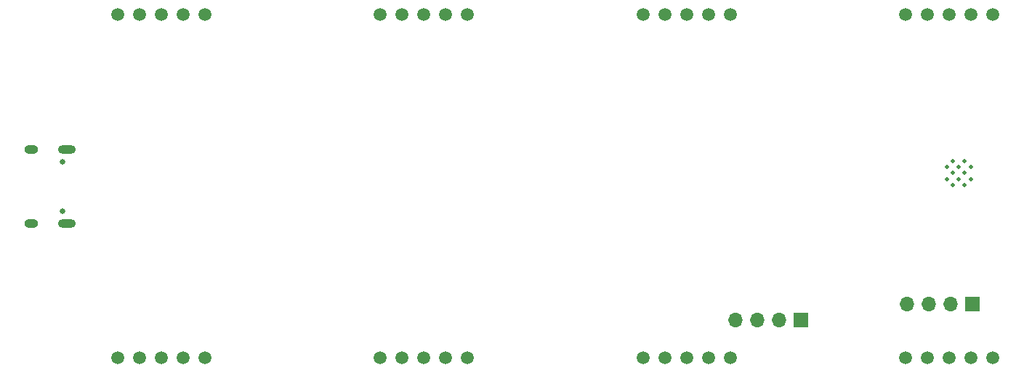
<source format=gbr>
%TF.GenerationSoftware,KiCad,Pcbnew,(6.0.9)*%
%TF.CreationDate,2022-12-22T16:46:14-05:00*%
%TF.ProjectId,Digital Clock PCB 2.0 Module Based,44696769-7461-46c2-9043-6c6f636b2050,rev?*%
%TF.SameCoordinates,Original*%
%TF.FileFunction,Soldermask,Bot*%
%TF.FilePolarity,Negative*%
%FSLAX46Y46*%
G04 Gerber Fmt 4.6, Leading zero omitted, Abs format (unit mm)*
G04 Created by KiCad (PCBNEW (6.0.9)) date 2022-12-22 16:46:14*
%MOMM*%
%LPD*%
G01*
G04 APERTURE LIST*
%ADD10R,1.700000X1.700000*%
%ADD11O,1.700000X1.700000*%
%ADD12C,0.650000*%
%ADD13O,1.600000X1.000000*%
%ADD14O,2.100000X1.000000*%
%ADD15C,0.500000*%
%ADD16C,1.500000*%
G04 APERTURE END LIST*
D10*
%TO.C,J3*%
X236651800Y-118973600D03*
D11*
X234111800Y-118973600D03*
X231571800Y-118973600D03*
X229031800Y-118973600D03*
%TD*%
D12*
%TO.C,J1*%
X150604600Y-106217200D03*
X150604600Y-100437200D03*
D13*
X146954600Y-99007200D03*
D14*
X151134600Y-107647200D03*
D13*
X146954600Y-107647200D03*
D14*
X151134600Y-99007200D03*
%TD*%
D10*
%TO.C,J2*%
X256590800Y-117068600D03*
D11*
X254050800Y-117068600D03*
X251510800Y-117068600D03*
X248970800Y-117068600D03*
%TD*%
D15*
%TO.C,U1*%
X255694400Y-103176400D03*
X254994400Y-102476400D03*
X253594400Y-102476400D03*
X255694400Y-101776400D03*
X254994400Y-101076400D03*
X255694400Y-100376400D03*
X256394400Y-102476400D03*
X254294400Y-101776400D03*
X254294400Y-100376400D03*
X256394400Y-101076400D03*
X254294400Y-103176400D03*
X253594400Y-101076400D03*
%TD*%
D16*
%TO.C,U5*%
X259003800Y-123327200D03*
X256463800Y-123327200D03*
X253923800Y-123327200D03*
X251383800Y-123327200D03*
X248843800Y-123327200D03*
X248843800Y-83327200D03*
X251383800Y-83327200D03*
X253923800Y-83327200D03*
X256463800Y-83327200D03*
X259003800Y-83327200D03*
%TD*%
%TO.C,U10*%
X197789800Y-123327200D03*
X195249800Y-123327200D03*
X192709800Y-123327200D03*
X190169800Y-123327200D03*
X187629800Y-123327200D03*
X187629800Y-83327200D03*
X190169800Y-83327200D03*
X192709800Y-83327200D03*
X195249800Y-83327200D03*
X197789800Y-83327200D03*
%TD*%
%TO.C,U9*%
X228396800Y-123327200D03*
X225856800Y-123327200D03*
X223316800Y-123327200D03*
X220776800Y-123327200D03*
X218236800Y-123327200D03*
X218236800Y-83327200D03*
X220776800Y-83327200D03*
X223316800Y-83327200D03*
X225856800Y-83327200D03*
X228396800Y-83327200D03*
%TD*%
%TO.C,U6*%
X167182800Y-123327200D03*
X164642800Y-123327200D03*
X162102800Y-123327200D03*
X159562800Y-123327200D03*
X157022800Y-123327200D03*
X157022800Y-83327200D03*
X159562800Y-83327200D03*
X162102800Y-83327200D03*
X164642800Y-83327200D03*
X167182800Y-83327200D03*
%TD*%
M02*

</source>
